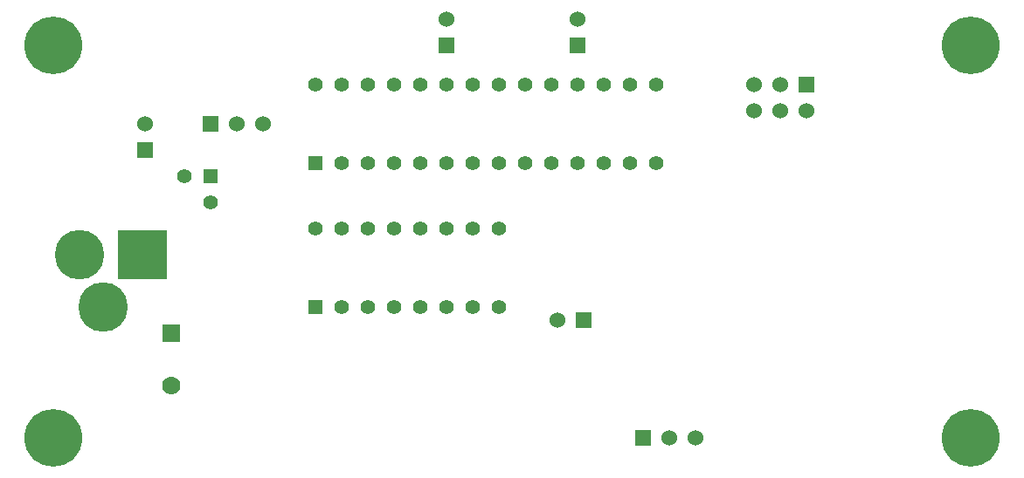
<source format=gbs>
G04 (created by PCBNEW (2013-07-07 BZR 4022)-stable) date 17.09.2014 22:00:27*
%MOIN*%
G04 Gerber Fmt 3.4, Leading zero omitted, Abs format*
%FSLAX34Y34*%
G01*
G70*
G90*
G04 APERTURE LIST*
%ADD10C,0.00590551*%
%ADD11R,0.055X0.055*%
%ADD12C,0.055*%
%ADD13R,0.06X0.06*%
%ADD14C,0.06*%
%ADD15C,0.189*%
%ADD16R,0.189X0.189*%
%ADD17R,0.07X0.07*%
%ADD18C,0.07*%
%ADD19C,0.2205*%
G04 APERTURE END LIST*
G54D10*
G54D11*
X30000Y-31500D03*
G54D12*
X31000Y-31500D03*
X32000Y-31500D03*
X33000Y-31500D03*
X34000Y-31500D03*
X35000Y-31500D03*
X36000Y-31500D03*
X37000Y-31500D03*
X37000Y-28500D03*
X36000Y-28500D03*
X35000Y-28500D03*
X34000Y-28500D03*
X33000Y-28500D03*
X32000Y-28500D03*
X31000Y-28500D03*
X30000Y-28500D03*
G54D13*
X48750Y-23000D03*
G54D14*
X48750Y-24000D03*
X47750Y-23000D03*
X47750Y-24000D03*
X46750Y-23000D03*
X46750Y-24000D03*
G54D13*
X42500Y-36500D03*
G54D14*
X43500Y-36500D03*
X44500Y-36500D03*
G54D12*
X26000Y-27500D03*
G54D11*
X26000Y-26500D03*
G54D12*
X25000Y-26500D03*
G54D15*
X21000Y-29500D03*
G54D16*
X23400Y-29500D03*
G54D15*
X21900Y-31500D03*
G54D17*
X24500Y-32500D03*
G54D18*
X24500Y-34500D03*
G54D13*
X40250Y-32000D03*
G54D14*
X39250Y-32000D03*
G54D13*
X23500Y-25500D03*
G54D14*
X23500Y-24500D03*
G54D13*
X40000Y-21500D03*
G54D14*
X40000Y-20500D03*
G54D13*
X35000Y-21500D03*
G54D14*
X35000Y-20500D03*
G54D12*
X31000Y-26000D03*
X32000Y-26000D03*
X33000Y-26000D03*
X34000Y-26000D03*
X35000Y-26000D03*
X36000Y-26000D03*
X37000Y-26000D03*
X38000Y-26000D03*
X39000Y-26000D03*
X40000Y-26000D03*
X41000Y-26000D03*
X42000Y-26000D03*
X43000Y-26000D03*
G54D11*
X30000Y-26000D03*
G54D12*
X43000Y-23000D03*
X42000Y-23000D03*
X41000Y-23000D03*
X40000Y-23000D03*
X39000Y-23000D03*
X38000Y-23000D03*
X37000Y-23000D03*
X36000Y-23000D03*
X35000Y-23000D03*
X34000Y-23000D03*
X33000Y-23000D03*
X32000Y-23000D03*
X31000Y-23000D03*
X30000Y-23000D03*
G54D13*
X26000Y-24500D03*
G54D14*
X27000Y-24500D03*
X28000Y-24500D03*
G54D19*
X20000Y-36500D03*
X20000Y-21500D03*
X55000Y-36500D03*
X55000Y-21500D03*
M02*

</source>
